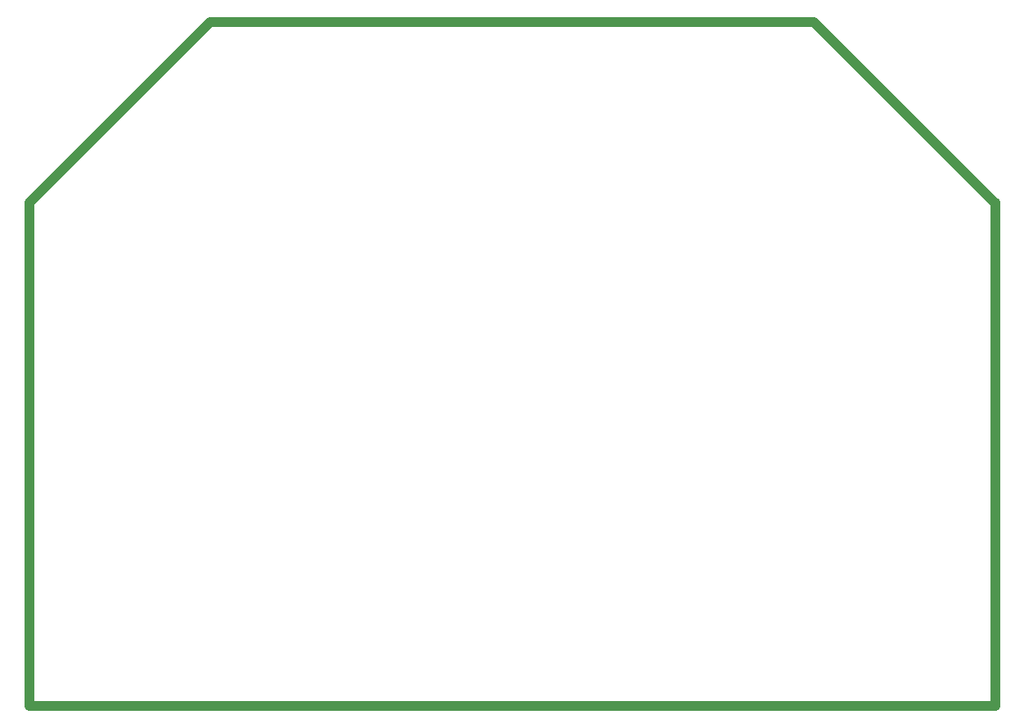
<source format=gbr>
%TF.GenerationSoftware,KiCad,Pcbnew,8.0.0*%
%TF.CreationDate,2024-07-04T13:25:56-03:00*%
%TF.ProjectId,LineFollowerRCX,4c696e65-466f-46c6-9c6f-776572524358,rev?*%
%TF.SameCoordinates,Original*%
%TF.FileFunction,Profile,NP*%
%FSLAX46Y46*%
G04 Gerber Fmt 4.6, Leading zero omitted, Abs format (unit mm)*
G04 Created by KiCad (PCBNEW 8.0.0) date 2024-07-04 13:25:56*
%MOMM*%
%LPD*%
G01*
G04 APERTURE LIST*
%TA.AperFunction,Profile*%
%ADD10C,1.000000*%
%TD*%
%TA.AperFunction,Profile*%
%ADD11C,0.050000*%
%TD*%
G04 APERTURE END LIST*
D10*
X138497624Y-102955000D02*
X138497624Y-155067000D01*
X219699058Y-84201000D02*
X157217624Y-84201000D01*
X238461059Y-102963001D02*
X219699058Y-84201000D01*
X157255778Y-84196846D02*
X138497624Y-102955000D01*
D11*
X219699058Y-84201000D02*
X157217624Y-84201000D01*
X238461059Y-155067000D02*
X238461059Y-102963001D01*
D10*
X138497624Y-155067000D02*
X238497624Y-155067000D01*
X238497624Y-155067000D02*
X238497624Y-102955000D01*
M02*

</source>
